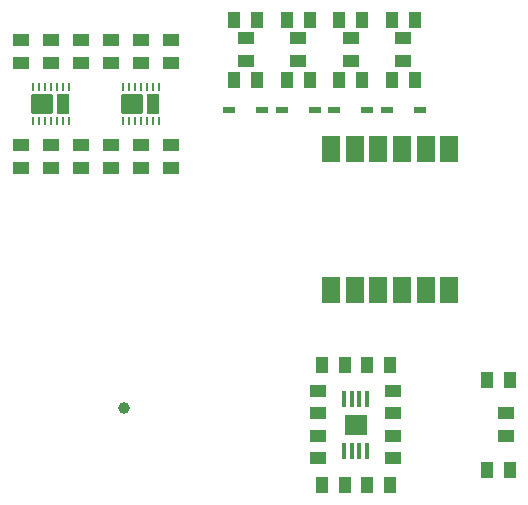
<source format=gtp>
G04*
G04 #@! TF.GenerationSoftware,Altium Limited,Altium Designer,20.0.13 (296)*
G04*
G04 Layer_Color=8421504*
%FSLAX25Y25*%
%MOIN*%
G70*
G01*
G75*
%ADD16C,0.03937*%
G04:AMPARAMS|DCode=17|XSize=66.93mil|YSize=70.08mil|CornerRadius=3.35mil|HoleSize=0mil|Usage=FLASHONLY|Rotation=90.000|XOffset=0mil|YOffset=0mil|HoleType=Round|Shape=RoundedRectangle|*
%AMROUNDEDRECTD17*
21,1,0.06693,0.06339,0,0,90.0*
21,1,0.06024,0.07008,0,0,90.0*
1,1,0.00669,0.03169,0.03012*
1,1,0.00669,0.03169,-0.03012*
1,1,0.00669,-0.03169,-0.03012*
1,1,0.00669,-0.03169,0.03012*
%
%ADD17ROUNDEDRECTD17*%
G04:AMPARAMS|DCode=18|XSize=66.93mil|YSize=42.13mil|CornerRadius=2.11mil|HoleSize=0mil|Usage=FLASHONLY|Rotation=90.000|XOffset=0mil|YOffset=0mil|HoleType=Round|Shape=RoundedRectangle|*
%AMROUNDEDRECTD18*
21,1,0.06693,0.03791,0,0,90.0*
21,1,0.06272,0.04213,0,0,90.0*
1,1,0.00421,0.01896,0.03136*
1,1,0.00421,0.01896,-0.03136*
1,1,0.00421,-0.01896,-0.03136*
1,1,0.00421,-0.01896,0.03136*
%
%ADD18ROUNDEDRECTD18*%
%ADD19R,0.00984X0.03150*%
%ADD20R,0.05906X0.08858*%
%ADD21R,0.07795X0.06614*%
%ADD22R,0.01654X0.05512*%
%ADD23R,0.05315X0.03937*%
%ADD24R,0.05512X0.04134*%
%ADD25R,0.04134X0.02165*%
%ADD26R,0.04134X0.05512*%
D16*
X50394Y53150D02*
D03*
D17*
X53000Y154500D02*
D03*
X23000D02*
D03*
D18*
X60028D02*
D03*
X30028D02*
D03*
D19*
X50008Y148791D02*
D03*
X51976D02*
D03*
X53945D02*
D03*
X55913D02*
D03*
X57882D02*
D03*
X59850D02*
D03*
X61819D02*
D03*
X50008Y160209D02*
D03*
X51976D02*
D03*
X53945D02*
D03*
X55913D02*
D03*
X57882D02*
D03*
X59850D02*
D03*
X61819D02*
D03*
X20008Y148791D02*
D03*
X21976D02*
D03*
X23945D02*
D03*
X25913D02*
D03*
X27882D02*
D03*
X29850D02*
D03*
X31819D02*
D03*
X20008Y160209D02*
D03*
X21976D02*
D03*
X23945D02*
D03*
X25913D02*
D03*
X27882D02*
D03*
X29850D02*
D03*
X31819D02*
D03*
D20*
X119315Y139524D02*
D03*
X127189D02*
D03*
X135063D02*
D03*
X142937D02*
D03*
X150811D02*
D03*
X158685D02*
D03*
Y92476D02*
D03*
X150811D02*
D03*
X142937D02*
D03*
X135063D02*
D03*
X127189D02*
D03*
X119315D02*
D03*
D21*
X127500Y47500D02*
D03*
D22*
X123661Y38839D02*
D03*
X126221D02*
D03*
X128779D02*
D03*
X131339D02*
D03*
X123661Y56161D02*
D03*
X126221D02*
D03*
X128779D02*
D03*
X131339D02*
D03*
D23*
X115000Y43740D02*
D03*
Y36260D02*
D03*
X143403Y168778D02*
D03*
Y176258D02*
D03*
X125903Y168778D02*
D03*
Y176258D02*
D03*
X90903Y168778D02*
D03*
Y176258D02*
D03*
X108403Y168778D02*
D03*
Y176258D02*
D03*
X140000Y51260D02*
D03*
Y58740D02*
D03*
Y36260D02*
D03*
Y43740D02*
D03*
X115000Y58740D02*
D03*
Y51260D02*
D03*
X177500Y43760D02*
D03*
Y51240D02*
D03*
D24*
X55913Y168161D02*
D03*
Y175839D02*
D03*
X45913Y133161D02*
D03*
Y140839D02*
D03*
X65913Y133161D02*
D03*
Y140839D02*
D03*
X55913Y133161D02*
D03*
Y140839D02*
D03*
X35913Y175839D02*
D03*
Y168161D02*
D03*
X15913Y133161D02*
D03*
Y140839D02*
D03*
X25913Y133161D02*
D03*
Y140839D02*
D03*
X35913Y133161D02*
D03*
Y140839D02*
D03*
X25913Y168161D02*
D03*
Y175839D02*
D03*
X15913Y175839D02*
D03*
Y168161D02*
D03*
X45913Y175839D02*
D03*
Y168161D02*
D03*
X65913Y175839D02*
D03*
Y168161D02*
D03*
D25*
X85391Y152518D02*
D03*
X96415D02*
D03*
X102891D02*
D03*
X113915D02*
D03*
X120391D02*
D03*
X131415D02*
D03*
X137891D02*
D03*
X148915D02*
D03*
D26*
X147242Y182518D02*
D03*
X139565D02*
D03*
X129742D02*
D03*
X122065D02*
D03*
X104565D02*
D03*
X112242D02*
D03*
X87065D02*
D03*
X94742D02*
D03*
X94742Y162518D02*
D03*
X87065D02*
D03*
X112242D02*
D03*
X104565D02*
D03*
X129742D02*
D03*
X122065D02*
D03*
X147242D02*
D03*
X139565D02*
D03*
X131161Y67500D02*
D03*
X138839D02*
D03*
X138839Y27500D02*
D03*
X131161D02*
D03*
X123839D02*
D03*
X116161D02*
D03*
X116161Y67500D02*
D03*
X123839D02*
D03*
X178839Y62500D02*
D03*
X171161D02*
D03*
X171161Y32500D02*
D03*
X178839D02*
D03*
M02*

</source>
